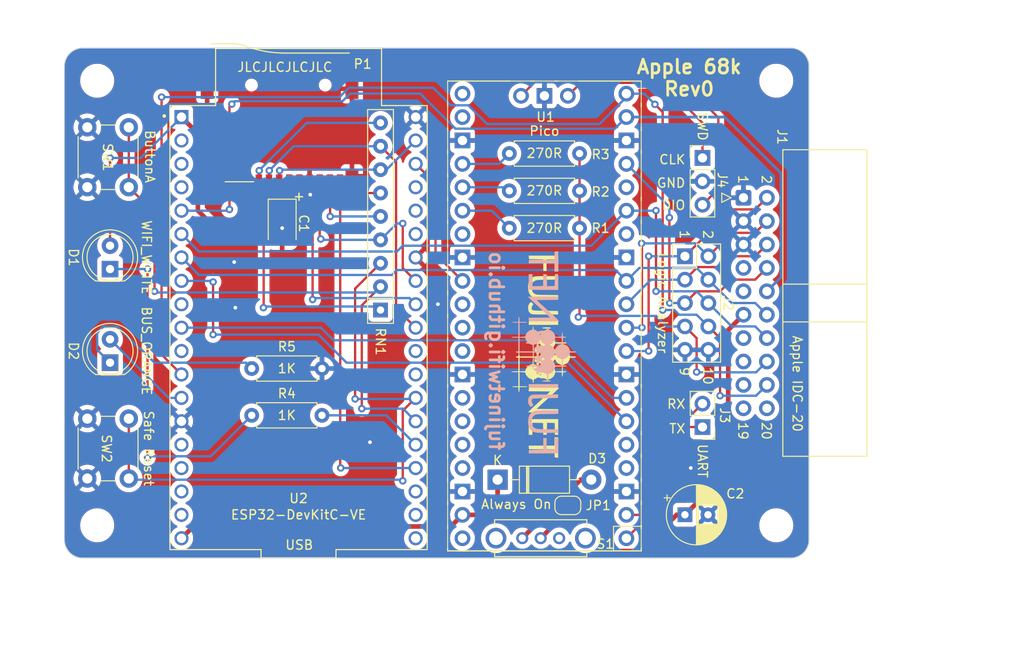
<source format=kicad_pcb>
(kicad_pcb (version 20221018) (generator pcbnew)
  (title_block (title "Apple 68k FujiNet") (date "2024-01-20") (rev "Rev 0"))
  (layers (0 "F.Cu" signal) (31 "B.Cu" signal) (34 "B.Paste" user) (35 "F.Paste" user) (36 "B.SilkS" user "B.Silkscreen") (37 "F.SilkS" user "F.Silkscreen") (38 "B.Mask" user) (39 "F.Mask" user) (44 "Edge.Cuts" user))
  (net 0 "")
  (net 1 "+3.3V")
  (net 2 "GND")
  (net 3 "Net-(D2-K)")
  (net 4 "/IO12{slash}BUS_LED")
  (net 5 "/CA0")
  (net 6 "/CA1")
  (net 7 "/CA2")
  (net 8 "+5V")
  (net 9 "Net-(D3-A)")
  (net 10 "Net-(D1-K)")
  (net 11 "/LSTRB")
  (net 13 "/WREQ")
  (net 14 "Net-(P1-DAT2)")
  (net 15 "/IO5{slash}SPI_CS")
  (net 16 "/IO23{slash}SPI_MOSI")
  (net 17 "/IO18{slash}SPI_CLK")
  (net 18 "/IO19{slash}SPI_MISO")
  (net 19 "Net-(P1-DAT1)")
  (net 20 "/IO15{slash}CD")
  (net 21 "/APPLE_5V")
  (net 22 "/IO2{slash}LED_WIFI")
  (net 23 "/HDSEL")
  (net 25 "/ENBL2")
  (net 28 "/RD_DATA")
  (net 30 "/WR_DATA")
  (net 34 "Net-(J3-Pin_1)")
  (net 35 "Net-(J3-Pin_2)")
  (net 36 "Net-(U1-GPIO20)")
  (net 37 "Net-(U1-GPIO19)")
  (net 38 "Net-(U1-GPIO18)")
  (net 39 "/IO4{slash}SAFE_RESET")
  (net 45 "/IO0{slash}BUTTON_A")
  (net 70 "/SWCLK")
  (net 71 "/SWDIO")
  (net 74 "/PICO_TX_TO_ESP")
  (net 75 "/PICO_RX_TO_ESP")
  (net 76 "/RMT_FROM_ESP")
  (footprint "LED_THT:LED_D5.0mm" (layer "F.Cu") (at 118.618 94.615 90)
    (fp_text reference "D1")
    (fp_text value "WIFI_WHITE")
  )
  (footprint "Button_Switch_THT:SW_PUSH_6mm_H5mm" (layer "F.Cu") (at 120.65 79.225 -90)
    (fp_text reference "SW1")
    (fp_text value "ButtonA")
  )
  (footprint "Tersteeg:RPi_Pico_THT" (layer "F.Cu") (at 165.735 99.705 180)
    (fp_text reference "U1")
    (fp_text value "Pico")
  )
  (footprint "Connector_PinHeader_2.54mm:PinHeader_1x02_P2.54mm_Vertical" (layer "F.Cu") (at 182.88 111.76 180)
    (fp_text reference "J3")
    (fp_text value "UART")
  )
  (footprint "LED_THT:LED_D5.0mm" (layer "F.Cu") (at 118.618 104.775 90)
    (fp_text reference "D2")
    (fp_text value "BUS_ORANGE")
  )
  (footprint "Resistor_THT:R_Axial_DIN0207_L6.3mm_D2.5mm_P7.62mm_Horizontal" (layer "F.Cu") (at 161.925 82.07)
    (fp_text reference "R3")
    (fp_text value "270R")
  )
  (footprint "Jumper:SolderJumper-2_P1.3mm_Open_RoundedPad1.0x1.5mm" (layer "F.Cu") (at 168.275 120.269 180)
    (fp_text reference "JP1")
    (fp_text value "Always On")
  )
  (footprint "ESP32-DEVKITC-32U:MODULE_ESP32-DEVKITC-32U" (layer "F.Cu") (at 139.065 100.965)
    (fp_text reference "U2")
    (fp_text value "ESP32-DevKitC-VE")
  )
  (footprint "Resistor_THT:R_Axial_DIN0207_L6.3mm_D2.5mm_P7.62mm_Horizontal" (layer "F.Cu") (at 133.985 110.49)
    (fp_text reference "R4")
    (fp_text value "1K")
  )
  (footprint "MountingHole:MountingHole_3.2mm_M3" (layer "F.Cu") (at 190.881 74.168)
    (fp_text reference "H1" hide)
    (fp_text value "MountingHole" hide)
  )
  (footprint "Connector_PinHeader_2.54mm:PinHeader_2x05_P2.54mm_Vertical" (layer "F.Cu") (at 180.975 93.223)
    (fp_text reference "J2")
    (fp_text value "Logic Analyzer")
  )
  (footprint "MountingHole:MountingHole_3.2mm_M3" (layer "F.Cu") (at 190.881 122.428)
    (fp_text reference "H2" hide)
    (fp_text value "MountingHole" hide)
  )
  (footprint "MountingHole:MountingHole_3.2mm_M3" (layer "F.Cu") (at 117.221 74.168)
    (fp_text reference "H3" hide)
    (fp_text value "MountingHole" hide)
  )
  (footprint "Capacitor_Tantalum_SMD:CP_EIA-3528-15_AVX-H_Pad1.50x2.35mm_HandSolder" (layer "F.Cu") (at 137.287 89.662 -90)
    (fp_text reference "C1")
    (fp_text value "47uF 10v")
  )
  (footprint "MountingHole:MountingHole_3.2mm_M3" (layer "F.Cu") (at 117.221 122.428)
    (fp_text reference "H4" hide)
    (fp_text value "MountingHole" hide)
  )
  (footprint "Resistor_THT:R_Axial_DIN0207_L6.3mm_D2.5mm_P7.62mm_Horizontal" (layer "F.Cu") (at 133.985 105.41)
    (fp_text reference "R5")
    (fp_text value "1K")
  )
  (footprint "Connector_IDC:IDC-Header_2x10_P2.54mm_Horizontal" (layer "F.Cu") (at 187.325 86.868)
    (fp_text reference "J1")
    (fp_text value "Apple IDC-20")
  )
  (footprint "Button_Switch_THT:SW_PUSH_6mm_H5mm" (layer "F.Cu") (at 120.65 110.848 -90)
    (fp_text reference "SW2")
    (fp_text value "Safe Reset")
  )
  (footprint "Resistor_THT:R_Array_SIP9" (layer "F.Cu") (at 147.955 99.06 90)
    (fp_text reference "RN1")
    (fp_text value "10K")
  )
  (footprint "LOGO" (layer "F.Cu") (at 165.608 104.14 -90)
    (fp_text reference "G***")
    (fp_text value "LOGO" hide)
  )
  (footprint "Connector_PinHeader_2.54mm:PinHeader_1x03_P2.54mm_Vertical" (layer "F.Cu") (at 182.88 82.55)
    (fp_text reference "J4")
    (fp_text value "SWD")
  )
  (footprint "Resistor_THT:R_Axial_DIN0207_L6.3mm_D2.5mm_P7.62mm_Horizontal" (layer "F.Cu") (at 161.925 86.12)
    (fp_text reference "R2")
    (fp_text value "270R")
  )
  (footprint "Capacitor_THT:CP_Radial_D6.3mm_P2.50mm" (layer "F.Cu") (at 180.975 121.285)
    (fp_text reference "C2")
    (fp_text value "100uF 10V")
  )
  (footprint "Resistor_THT:R_Axial_DIN0207_L6.3mm_D2.5mm_P7.62mm_Horizontal" (layer "F.Cu") (at 161.925 90.17)
    (fp_text reference "R1")
    (fp_text value "270R")
  )
  (footprint "ST-TF-003A:SUNTECH_ST-TF-003A" (layer "F.Cu") (at 138.2776 79.8068 180)
    (fp_text reference "P1")
    (fp_text value "ST-TF-003A")
  )
  (footprint "EG1213:SW_EG1213" (layer "F.Cu") (at 165.33 123.825)
    (fp_text reference "S1")
    (fp_text value "EG1213")
  )
  (footprint "Diode_THT:D_DO-41_SOD81_P10.16mm_Horizontal" (layer "F.Cu") (at 160.655 117.475)
    (fp_text reference "D3")
    (fp_text value "1N5817")
  )
  (footprint "LOGO" (layer "B.Cu") (at 165.608 103.632 90)
    (fp_text reference "G***")
    (fp_text value "LOGO" hide)
  )
  (gr_arc (start 113.663414 72.610414) (mid 114.2492 71.1962) (end 115.663414 70.610414) (stroke (width 0.1)) (layer "Edge.Cuts"))
  (gr_line (start 115.663414 70.610414) (end 192.438586 70.610414) (stroke (width 0.1)) (layer "Edge.Cuts"))
  (gr_line (start 194.438586 123.985586) (end 194.438586 72.610414) (stroke (width 0.1)) (layer "Edge.Cuts"))
  (gr_line (start 115.663414 125.985586) (end 192.438586 125.985586) (stroke (width 0.1)) (layer "Edge.Cuts"))
  (gr_arc (start 194.438586 123.985586) (mid 193.8528 125.3998) (end 192.438586 125.985586) (stroke (width 0.1)) (layer "Edge.Cuts"))
  (gr_arc (start 192.438586 70.610414) (mid 193.8528 71.1962) (end 194.438586 72.610414) (stroke (width 0.1)) (layer "Edge.Cuts"))
  (gr_arc (start 115.663414 125.985586) (mid 114.2492 125.3998) (end 113.663414 123.985586) (stroke (width 0.1)) (layer "Edge.Cuts"))
  (gr_line (start 113.663414 72.610414) (end 113.663414 123.985586) (stroke (width 0.1)) (layer "Edge.Cuts"))
  (gr_text "fujinetwifi.github.io" (at 159.639 103.505 270) (layer "B.SilkS") (effects (font (size 1.5 1.5) (thickness 0.3) bold) (justify bottom mirror)))
  (gr_text "USB" (at 137.541 125.1458) (layer "F.SilkS") (effects (font (size 1 1)) (justify left bottom)))
  (gr_text "+" (at 139.1158 86.6902) (layer "F.SilkS") (effects (font (size 1 1))))
  (gr_text "RX" (at 181.102 109.855) (layer "F.SilkS") (effects (font (size 1 1)) (justify right bottom)))
  (gr_text "1" (at 180.34 91.44 -90) (layer "F.SilkS") (effects (font (size 1 1)) (justify right bottom)))
  (gr_text "9" (at 180.34 105.156 270) (layer "F.SilkS") (effects (font (size 1 1)) (justify left bottom)))
  (gr_text "10" (at 182.88 105.156 270) (layer "F.SilkS") (effects (font (size 1 1)) (justify left bottom)))
  (gr_text "TX" (at 181.102 112.522) (layer "F.SilkS") (effects (font (size 1 1)) (justify right bottom)))
  (gr_text "GND" (at 181.102 85.852) (layer "F.SilkS") (effects (font (size 1 1)) (justify right bottom)))
  (gr_text "20" (at 189.23 111.125 270) (layer "F.SilkS") (effects (font (size 1 1)) (justify left bottom)))
  (gr_text "19" (at 186.69 111.125 270) (layer "F.SilkS") (effects (font (size 1 1)) (justify left bottom)))
  (gr_text "JLCJLCJLCJLC" (at 132.334 73.279) (layer "F.SilkS") (effects (font (size 1 1)) (justify left bottom)))
  (gr_text "2" (at 189.23 85.471 270) (layer "F.SilkS") (effects (font (size 1 1)) (justify right bottom)))
  (gr_text "Apple 68k\nRev0" (at 181.4322 75.946) (layer "F.SilkS") (effects (font (size 1.5 1.5) (thickness 0.3) bold) (justify bottom)))
  (gr_text "2" (at 182.88 91.44 270) (layer "F.SilkS") (effects (font (size 1 1)) (justify right bottom)))
  (gr_text "1" (at 186.69 85.471 -90) (layer "F.SilkS") (effects (font (size 1 1)) (justify right bottom)))
  (gr_text "CLK" (at 181.102 83.312) (layer "F.SilkS") (effects (font (size 1 1)) (justify right bottom)))
  (gr_text "DIO" (at 181.102 88.265) (layer "F.SilkS") (effects (font (size 1 1)) (justify right bottom)))
  (segment (start 138.0576 85.1368) (end 138.0576 87.2664) (width 0.5) (layer "F.Cu") (net 1))
  (segment (start 135.255 98.806) (end 135.281 98.78) (width 0.25) (layer "F.Cu") (net 1))
  (segment (start 129.921 90.043) (end 128.143 88.265) (width 0.5) (layer "F.Cu") (net 1))
  (segment (start 135.281 90.043) (end 129.921 90.043) (width 0.5) (layer "F.Cu") (net 1))
  (segment (start 128.143 79.893) (end 126.365 78.115) (width 0.5) (layer "F.Cu") (net 1))
  (segment (start 138.0576 87.2664) (end 135.281 90.043) (width 0.5) (layer "F.Cu") (net 1))
  (segment (start 118.618 82.55) (end 118.618 92.075) (width 0.25) (layer "F.Cu") (net 1))
  (segment (start 135.281 98.78) (end 135.281 90.043) (width 0.25) (layer "F.Cu") (net 1))
  (segment (start 128.143 88.265) (end 128.143 79.893) (width 0.5) (layer "F.Cu") (net 1))
  (via (at 135.255 98.806) (size 0.8) (drill 0.4) (layers "F.Cu" "B.Cu") (net 1))
  (via (at 118.618 82.55) (size 0.8) (drill 0.4) (layers "F.Cu" "B.Cu") (net 1))
  (segment (start 118.618 82.55) (end 121.93 82.55) (width 0.25) (layer "B.Cu") (net 1))
  (segment (start 135.255 98.806) (end 135.382 98.679) (width 0.25) (layer "B.Cu") (net 1))
  (segment (start 135.382 98.679) (end 147.574 98.679) (width 0.25) (layer "B.Cu") (net 1))
  (segment (start 121.93 82.55) (end 126.365 78.115) (width 0.25) (layer "B.Cu") (net 1))
  (segment (start 137.287 90.17) (end 137.287 91.287) (width 0.5) (layer "F.Cu") (net 2))
  (segment (start 140.285 86.4878) (end 140.285 85.557) (width 0.5) (layer "F.Cu") (net 2))
  (segment (start 140.335 86.5378) (end 140.285 86.4878) (width 0.5) (layer "F.Cu") (net 2))
  (via (at 140.335 86.5378) (size 0.8) (drill 0.4) (layers "F.Cu" "B.Cu") (net 2))
  (via (at 154.178 98.425) (size 0.8) (drill 0.4) (layers "F.Cu" "B.Cu") (net 2))
  (via (at 146.812 113.411) (size 0.8) (drill 0.4) (layers "F.Cu" "B.Cu") (net 2))
  (via (at 137.287 90.17) (size 0.8) (drill 0.4) (layers "F.Cu" "B.Cu") (net 2))
  (via (at 132.08 93.853) (size 0.8) (drill 0.4) (layers "F.Cu" "B.Cu") (net 2))
  (via (at 132.207 98.806) (size 0.8) (drill 0.4) (layers "F.Cu" "B.Cu") (net 2))
  (via (at 181.61 116.205) (size 0.8) (drill 0.4) (layers "F.Cu" "B.Cu") (net 2))
  (segment (start 117.856 100.838) (end 119.38 100.838) (width 0.25) (layer "B.Cu") (net 3))
  (segment (start 121.92 103.251) (end 123.444 104.775) (width 0.25) (layer "B.Cu") (net 3))
  (segment (start 117.221 101.473) (end 117.856 100.838) (width 0.25) (layer "B.Cu") (net 3))
  (segment (start 121.793 103.251) (end 121.92 103.251) (width 0.25) (layer "B.Cu") (net 3))
  (segment (start 118.618 104.775) (end 117.221 103.378) (width 0.25) (layer "B.Cu") (net 3))
  (segment (start 123.444 104.775) (end 133.35 104.775) (width 0.25) (layer "B.Cu") (net 3))
  (segment (start 117.221 103.378) (end 117.221 101.473) (width 0.25) (layer "B.Cu") (net 3))
  (segment (start 119.38 100.838) (end 121.793 103.251) (width 0.25) (layer "B.Cu") (net 3))
  (segment (start 133.35 104.775) (end 133.985 105.41) (width 0.25) (layer "B.Cu") (net 3))
  (segment (start 126.365 108.595) (end 124.978 108.595) (width 0.25) (layer "B.Cu") (net 4))
  (segment (start 124.978 108.595) (end 118.618 102.235) (width 0.25) (layer "B.Cu") (net 4))
  (segment (start 186.06 88.138) (end 188.595 88.138) (width 0.25) (layer "F.Cu") (net 5))
  (segment (start 188.595 88.138) (end 189.865 86.868) (width 0.25) (layer "F.Cu") (net 5))
  (segment (start 180.975 93.223) (end 186.06 88.138) (width 0.25) (layer "F.Cu") (net 5))
  (segment (start 177.038 103.505) (end 177.038 93.218) (width 0.25) (layer "F.Cu") (net 5))
  (via (at 177.038 103.505) (size 0.8) (drill 0.4) (layers "F.Cu" "B.Cu") (net 5))
  (via (at 177.038 93.218) (size 0.8) (drill 0.4) (layers "F.Cu" "B.Cu") (net 5))
  (segment (start 177.028 103.515) (end 177.038 103.505) (width 0.25) (layer "B.Cu") (net 5))
  (segment (start 177.038 93.218) (end 177.043 93.223) (width 0.25) (layer "B.Cu") (net 5))
  (segment (start 177.043 93.223) (end 180.975 93.223) (width 0.25) (layer "B.Cu") (net 5))
  (segment (start 174.625 103.515) (end 177.028 103.515) (width 0.25) (layer "B.Cu") (net 5))
  (segment (start 188.595 90.678) (end 189.865 89.408) (width 0.25) (layer "F.Cu") (net 6))
  (segment (start 183.515 93.223) (end 186.06 90.678) (width 0.25) (layer "F.Cu") (net 6))
  (segment (start 176.313 100.965) (end 176.313 91.858) (width 0.25) (layer "F.Cu") (net 6))
  (segment (start 186.06 90.678) (end 188.595 90.678) (width 0.25) (layer "F.Cu") (net 6))
  (segment (start 176.313 91.858) (end 176.276 91.821) (width 0.25) (layer "F.Cu") (net 6))
  (via (at 176.313 100.965) (size 0.8) (drill 0.4) (layers "F.Cu" "B.Cu") (net 6))
  (via (at 176.276 91.821) (size 0.8) (drill 0.4) (layers "F.Cu" "B.Cu") (net 6))
  (segment (start 176.276 91.821) (end 182.113 91.821) (width 0.25) (layer "B.Cu") (net 6))
  (segment (start 176.303 100.975) (end 176.313 100.965) (width 0.25) (layer "B.Cu") (net 6))
  (segment (start 182.113 91.821) (end 183.515 93.223) (width 0.25) (layer "B.Cu") (net 6))
  (segment (start 174.625 100.975) (end 176.303 100.975) (width 0.25) (layer "B.Cu") (net 6))
  (segment (start 188.595 93.218) (end 189.865 91.948) (width 0.25) (layer "F.Cu") (net 7))
  (segment (start 184.875 94.398) (end 186.055 93.218) (width 0.25) (layer "F.Cu") (net 7))
  (segment (start 182.34 94.398) (end 184.875 94.398) (width 0.25) (layer "F.Cu") (net 7))
  (segment (start 180.975 95.763) (end 182.34 94.398) (width 0.25) (layer "F.Cu") (net 7))
  (segment (start 186.055 93.218) (end 188.595 93.218) (width 0.25) (layer "F.Cu") (net 7))
  (segment (start 177.297 95.763) (end 180.975 95.763) (width 0.25) (layer "B.Cu") (net 7))
  (segment (start 174.625 98.435) (end 177.297 95.763) (width 0.25) (layer "B.Cu") (net 7))
  (segment (start 155.585 122.555) (end 156.845 121.295) (width 0.5) (layer "F.Cu") (net 8))
  (segment (start 156.845 121.295) (end 159.629 121.295) (width 0.5) (layer "F.Cu") (net 8))
  (segment (start 126.365 123.835) (end 127.645 122.555) (width 0.5) (layer "F.Cu") (net 8))
  (segment (start 160.655 120.269) (end 160.655 117.485) (width 0.5) (layer "F.Cu") (net 8))
  (segment (start 127.645 122.555) (end 155.585 122.555) (width 0.5) (layer "F.Cu") (net 8))
  (segment (start 159.629 121.295) (end 160.655 120.269) (width 0.5) (layer "F.Cu") (net 8))
  (segment (start 166.886 120.269) (end 167.625 120.269) (width 0.5) (layer "F.Cu") (net 9))
  (segment (start 163.33 123.825) (end 166.886 120.269) (width 0.5) (layer "F.Cu") (net 9))
  (segment (start 169.672 117.475) (end 170.815 117.475) (width 0.5) (layer "F.Cu") (net 9))
  (segment (start 167.625 120.269) (end 167.625 119.522) (width 0.5) (layer "F.Cu") (net 9))
  (segment (start 167.625 119.522) (end 169.672 117.475) (width 0.5) (layer "F.Cu") (net 9))
  (segment (start 122.682 94.615) (end 122.682 115.062) (width 0.25) (layer "F.Cu") (net 10))
  (via (at 122.682 94.615) (size 0.8) (drill 0.4) (layers "F.Cu" "B.Cu") (net 10))
  (via (at 122.682 115.062) (size 0.8) (drill 0.4) (layers "F.Cu" "B.Cu") (net 10))
  (segment (start 122.682 115.062) (end 122.809 114.935) (width 0.25) (layer "B.Cu") (net 10))
  (segment (start 122.809 114.935) (end 129.54 114.935) (width 0.25) (layer "B.Cu") (net 10))
  (segment (start 122.682 94.615) (end 118.618 94.615) (width 0.25) (layer "B.Cu") (net 10))
  (segment (start 129.54 114.935) (end 133.985 110.49) (width 0.25) (layer "B.Cu") (net 10))
  (segment (start 184.785 97.028) (end 186.055 95.758) (width 0.25) (layer "F.Cu") (net 11))
  (segment (start 179.287 89.027) (end 179.287 98.261) (width 0.25) (layer "F.Cu") (net 11))
  (segment (start 180.975 98.303) (end 182.25 97.028) (width 0.25) (layer "F.Cu") (net 11))
  (segment (start 182.25 97.028) (end 184.785 97.028) (width 0.25) (layer "F.Cu") (net 11))
  (segment (start 188.595 95.758) (end 189.865 94.488) (width 0.25) (layer "F.Cu") (net 11))
  (segment (start 186.055 95.758) (end 188.595 95.758) (width 0.25) (layer "F.Cu") (net 11))
  (segment (start 179.287 98.261) (end 179.324 98.298) (width 0.25) (layer "F.Cu") (net 11))
  (via (at 179.324 98.298) (size 0.8) (drill 0.4) (layers "F.Cu" "B.Cu") (net 11))
  (via (at 179.287 89.027) (size 0.8) (drill 0.4) (layers "F.Cu" "B.Cu") (net 11))
  (segment (start 179.287 89.027) (end 179.287 87.857) (width 0.25) (layer "B.Cu") (net 11))
  (segment (start 179.324 98.298) (end 180.97 98.298) (width 0.25) (layer "B.Cu") (net 11))
  (segment (start 179.287 87.857) (end 174.625 83.195) (width 0.25) (layer "B.Cu") (net 11))
  (segment (start 131.572 88.138) (end 131.572 76.962) (width 0.25) (layer "F.Cu") (net 13))
  (segment (start 131.572 76.962) (end 131.826 76.708) (width 0.25) (layer "F.Cu") (net 13))
  (via (at 131.826 76.708) (size 0.8) (drill 0.4) (layers "F.Cu" "B.Cu") (net 13))
  (via (at 131.572 88.138) (size 0.8) (drill 0.4) (layers "F.Cu" "B.Cu") (net 13))
  (segment (start 152.273 75.565) (end 156.083 79.375) (width 0.25) (layer "B.Cu") (net 13))
  (segment (start 191.389 95.504) (end 191.389 84.201) (width 0.3) (layer "B.Cu") (net 13))
  (segment (start 143.822 76.396) (end 144.653 75.565) (width 0.25) (layer "B.Cu") (net 13))
  (segment (start 131.826 76.708) (end 132.138 76.396) (width 0.25) (layer "B.Cu") (net 13))
  (segment (start 144.653 75.565) (end 152.273 75.565) (width 0.25) (layer "B.Cu") (net 13))
  (segment (start 126.365 88.275) (end 131.435 88.275) (width 0.25) (layer "B.Cu") (net 13))
  (segment (start 185.303 78.115) (end 174.625 78.115) (width 0.3) (layer "B.Cu") (net 13))
  (segment (start 131.435 88.275) (end 131.572 88.138) (width 0.25) (layer "B.Cu") (net 13))
  (segment (start 156.083 79.375) (end 173.365 79.375) (width 0.25) (layer "B.Cu") (net 13))
  (segment (start 189.865 97.028) (end 191.389 95.504) (width 0.3) (layer "B.Cu") (net 13))
  (segment (start 173.365 79.375) (end 174.625 78.115) (width 0.25) (layer "B.Cu") (net 13))
  (segment (start 132.138 76.396) (end 143.822 76.396) (width 0.25) (layer "B.Cu") (net 13))
  (segment (start 191.389 84.201) (end 185.303 78.115) (width 0.3) (layer "B.Cu") (net 13))
  (segment (start 134.7978 83.9216) (end 134.785 83.9344) (width 0.25) (layer "F.Cu") (net 14))
  (segment (start 134.785 83.9344) (end 134.785 85.557) (width 0.25) (layer "F.Cu") (net 14))
  (via (at 134.7978 83.9216) (size 0.8) (drill 0.4) (layers "F.Cu" "B.Cu") (net 14))
  (segment (start 134.7978 83.8962) (end 139.954 78.74) (width 0.25) (layer "B.Cu") (net 14))
  (segment (start 134.7978 83.9216) (end 134.7978 83.8962) (width 0.25) (layer "B.Cu") (net 14))
  (segment (start 139.954 78.74) (end 147.955 78.74) (width 0.25) (layer "B.Cu") (net 14))
  (segment (start 147.955 81.28) (end 149.643 82.968) (width 0.25) (layer "F.Cu") (net 15))
  (segment (start 135.885 83.9266) (end 135.885 85.557) (width 0.25) (layer "F.Cu") (net 15))
  (segment (start 135.89 83.9216) (end 135.885 83.9266) (width 0.25) (layer "F.Cu") (net 15))
  (segment (start 149.643 98.853) (end 151.765 100.975) (width 0.25) (layer "F.Cu") (net 15))
  (segment (start 149.643 82.968) (end 149.643 98.853) (width 0.25) (layer "F.Cu") (net 15))
  (via (at 135.89 83.9216) (size 0.8) (drill 0.4) (layers "F.Cu" "B.Cu") (net 15))
  (segment (start 135.89 83.9216) (end 138.5316 81.28) (width 0.25) (layer "B.Cu") (net 15))
  (segment (start 138.5316 81.28) (end 147.955 81.28) (width 0.25) (layer "B.Cu") (net 15))
  (segment (start 137.0076 83.9216) (end 136.985 83.9442) (width 0.25) (layer "F.Cu") (net 16))
  (segment (start 136.985 83.9442) (end 136.985 85.557) (width 0.25) (layer "F.Cu") (net 16))
  (via (at 137.0076 83.9216) (size 0.8) (drill 0.4) (layers "F.Cu" "B.Cu") (net 16))
  (segment (start 148.6 83.82) (end 151.765 80.655) (width 0.25) (layer "B.Cu") (net 16))
  (segment (start 137.0076 83.9216) (end 137.1092 83.82) (width 0.25) (layer "B.Cu") (net 16))
  (segment (start 137.1092 83.82) (end 147.955 83.82) (width 0.25) (layer "B.Cu") (net 16))
  (segment (start 139.1576 85.1368) (end 139.1576 87.0275) (width 0.25) (layer "F.Cu") (net 17))
  (segment (start 140.589 88.4589) (end 140.589 97.917) (width 0.25) (layer "F.Cu") (net 17))
  (segment (start 139.1576 87.0275) (end 140.589 88.4589) (width 0.25) (layer "F.Cu") (net 17))
  (via (at 140.589 97.917) (size 0.8) (drill 0.4) (layers "F.Cu" "B.Cu") (net 17))
  (segment (start 140.7414 97.7646) (end 151.0946 97.7646) (width 0.25) (layer "B.Cu") (net 17))
  (segment (start 140.589 97.917) (end 140.7414 97.7646) (width 0.25) (layer "B.Cu") (net 17))
  (segment (start 151.0946 97.7646) (end 151.765 98.435) (width 0.25) (layer "B.Cu") (net 17))
  (segment (start 141.3576 85.5296) (end 141.3576 91.2301) (width 0.25) (layer "F.Cu") (net 18))
  (segment (start 150.3675 94.4975) (end 150.3675 89.662) (width 0.25) (layer "F.Cu") (net 18))
  (segment (start 151.765 95.895) (end 150.3675 94.4975) (width 0.25) (layer "F.Cu") (net 18))
  (segment (start 141.3576 91.2301) (end 141.478 91.3505) (width 0.25) (layer "F.Cu") (net 18))
  (via (at 141.478 91.3505) (size 0.8) (drill 0.4) (layers "F.Cu" "B.Cu") (net 18))
  (via (at 150.3675 89.662) (size 0.8) (drill 0.4) (layers "F.Cu" "B.Cu") (net 18))
  (segment (start 141.5675 91.44) (end 147.955 91.44) (width 0.25) (layer "B.Cu") (net 18))
  (segment (start 150.3675 89.662) (end 149.733 89.662) (width 0.25) (layer "B.Cu") (net 18))
  (segment (start 141.478 91.3505) (end 141.5675 91.44) (width 0.25) (layer "B.Cu") (net 18))
  (segment (start 149.733 89.662) (end 147.955 91.44) (width 0.25) (layer "B.Cu") (net 18))
  (segment (start 142.485 85.1642) (end 142.485 88.891) (width 0.25) (layer "F.Cu") (net 19))
  (segment (start 142.485 88.891) (end 142.494 88.9) (width 0.25) (layer "F.Cu") (net 19))
  (via (at 142.494 88.9) (size 0.8) (drill 0.4) (layers "F.Cu" "B.Cu") (net 19))
  (segment (start 142.494 88.9) (end 147.955 88.9) (width 0.25) (layer "B.Cu") (net 19))
  (segment (start 143.585 116.153) (end 143.585 85.4142) (width 0.25) (layer "F.Cu") (net 20))
  (segment (start 144.5308 86.36) (end 147.955 86.36) (width 0.25) (layer "F.Cu") (net 20))
  (segment (start 143.585 85.4142) (end 144.5308 86.36) (width 0.25) (layer "F.Cu") (net 20))
  (segment (start 143.637 116.205) (end 143.585 116.153) (width 0.25) (layer "F.Cu") (net 20))
  (via (at 143.637 116.205) (size 0.8) (drill 0.4) (layers "F.Cu" "B.Cu") (net 20))
  (segment (start 151.765 116.215) (end 143.647 116.215) (width 0.25) (layer "B.Cu") (net 20))
  (segment (start 143.647 116.215) (end 143.637 116.205) (width 0.25) (layer "B.Cu") (net 20))
  (segment (start 165.33 123.825) (end 167.235 121.92) (width 0.5) (layer "F.Cu") (net 21))
  (segment (start 176.149 125.222) (end 173.2915 125.222) (width 0.5) (layer "F.Cu") (net 21))
  (segment (start 185.674 116.586) (end 185.674 101.219) (width 0.5) (layer "F.Cu") (net 21))
  (segment (start 170.434 120.269) (end 168.925 120.269) (width 0.5) (layer "F.Cu") (net 21))
  (segment (start 167.235 121.92) (end 168.402 121.92) (width 0.5) (layer "F.Cu") (net 21))
  (segment (start 168.402 121.92) (end 168.925 121.397) (width 0.5) (layer "F.Cu") (net 21))
  (segment (start 185.674 101.219) (end 187.325 99.568) (width 0.5) (layer "F.Cu") (net 21))
  (segment (start 180.086 121.285) (end 176.149 125.222) (width 0.5) (layer "F.Cu") (net 21))
  (segment (start 168.925 121.397) (end 168.925 120.269) (width 0.5) (layer "F.Cu") (net 21))
  (segment (start 180.975 121.285) (end 180.086 121.285) (width 0.5) (layer "F.Cu") (net 21))
  (segment (start 172.339 124.2695) (end 172.339 122.174) (width 0.5) (layer "F.Cu") (net 21))
  (segment (start 173.2915 125.222) (end 172.339 124.2695) (width 0.5) (layer "F.Cu") (net 21))
  (segment (start 180.975 121.285) (end 185.674 116.586) (width 0.5) (layer "F.Cu") (net 21))
  (segment (start 172.339 122.174) (end 170.434 120.269) (width 0.5) (layer "F.Cu") (net 21))
  (segment (start 151.765 113.675) (end 148.58 110.49) (width 0.25) (layer "B.Cu") (net 22))
  (segment (start 148.58 110.49) (end 141.605 110.49) (width 0.25) (layer "B.Cu") (net 22))
  (segment (start 182.24 94.488) (end 183.515 95.763) (width 0.25) (layer "B.Cu") (net 23))
  (segment (start 186.05 98.298) (end 183.515 95.763) (width 0.25) (layer "B.Cu") (net 23))
  (segment (start 176.032 94.488) (end 182.24 94.488) (width 0.25) (layer "B.Cu") (net 23))
  (segment (start 174.625 95.895) (end 176.032 94.488) (width 0.25) (layer "B.Cu") (net 23))
  (segment (start 189.865 99.568) (end 188.595 98.298) (width 0.25) (layer "B.Cu") (net 23))
  (segment (start 128.26 95.25) (end 126.365 93.355) (width 0.25) (layer "B.Cu") (net 23))
  (segment (start 188.595 98.298) (end 186.05 98.298) (width 0.25) (layer "B.Cu") (net 23))
  (segment (start 173.45 94.72) (end 149.724995 94.72) (width 0.25) (layer "B.Cu") (net 23))
  (segment (start 149.724995 94.72) (end 149.194995 95.25) (width 0.25) (layer "B.Cu") (net 23))
  (segment (start 174.625 95.895) (end 173.45 94.72) (width 0.25) (layer "B.Cu") (net 23))
  (segment (start 149.194995 95.25) (end 128.26 95.25) (width 0.25) (layer "B.Cu") (net 23))
  (segment (start 177.837 88.265) (end 177.837 97.028) (width 0.25) (layer "F.Cu") (net 25))
  (via (at 177.837 97.028) (size 0.8) (drill 0.4) (layers "F.Cu" "B.Cu") (net 25))
  (via (at 177.837 88.265) (size 0.8) (drill 0.4) (layers "F.Cu" "B.Cu") (net 25))
  (segment (start 177.837 97.028) (end 182.24 97.028) (width 0.25) (layer "B.Cu") (net 25))
  (segment (start 126.365 90.815) (end 128.26 92.71) (width 0.25) (layer "B.Cu") (net 25))
  (segment (start 177.827 88.275) (end 177.837 88.265) (width 0.25) (layer "B.Cu") (net 25))
  (segment (start 150.368 92.075) (end 170.825 92.075) (width 0.25) (layer "B.Cu") (net 25))
  (segment (start 174.625 88.275) (end 177.827 88.275) (width 0.25) (layer "B.Cu") (net 25))
  (segment (start 189.865 102.108) (end 188.595 100.838) (width 0.25) (layer "B.Cu") (net 25))
  (segment (start 128.26 92.71) (end 149.733 92.71) (width 0.25) (layer "B.Cu") (net 25))
  (segment (start 182.24 97.028) (end 183.515 98.303) (width 0.25) (layer "B.Cu") (net 25))
  (segment (start 170.825 92.075) (end 174.625 88.275) (width 0.25) (layer "B.Cu") (net 25))
  (segment (start 149.733 92.71) (end 150.368 92.075) (width 0.25) (layer "B.Cu") (net 25))
  (segment (start 186.05 100.838) (end 183.515 98.303) (width 0.25) (layer "B.Cu") (net 25))
  (segment (start 188.595 100.838) (end 186.05 100.838) (width 0.25) (layer "B.Cu") (net 25))
  (segment (start 182.245 102.113) (end 180.975 100.843) (width 0.25) (layer "F.Cu") (net 28))
  (segment (start 182.245 105.791) (end 182.245 102.113) (width 0.25) (layer "F.Cu") (net 28))
  (segment (start 169.418 99.822) (end 169.545 99.695) (width 0.25) (layer "F.Cu") (net 28))
  (segment (start 169.545 99.695) (end 169.545 90.17) (width 0.25) (layer "F.Cu") (net 28))
  (segment (start 169.545 90.17) (end 169.545 82.07) (width 0.25) (layer "F.Cu") (net 28))
  (via (at 169.418 99.822) (size 0.8) (drill 0.4) (layers "F.Cu" "B.Cu") (net 28))
  (via (at 182.245 105.791) (size 0.8) (drill 0.4) (layers "F.Cu" "B.Cu") (net 28))
  (segment (start 178.989305 100.843) (end 177.841305 99.695) (width 0.25) (layer "B.Cu") (net 28))
  (segment (start 182.277 105.823) (end 188.69 105.823) (width 0.25) (layer "B.Cu") (net 28))
  (segment (start 182.245 105.791) (end 182.277 105.823) (width 0.25) (layer "B.Cu") (net 28))
  (segment (start 180.975 100.843) (end 178.989305 100.843) (width 0.25) (layer "B.Cu") (net 28))
  (segment (start 177.841305 99.695) (end 169.545 99.695) (width 0.25) (layer "B.Cu") (net 28))
  (segment (start 188.69 105.823) (end 189.865 104.648) (width 0.25) (layer "B.Cu") (net 28))
  (segment (start 169.545 99.695) (end 169.418 99.822) (width 0.25) (layer "B.Cu") (net 28))
  (segment (start 124.206 103.896) (end 124.206 75.946) (width 0.25) (layer "F.Cu") (net 30))
  (segment (start 177.7238 76.7334) (end 178.562 77.5716) (width 0.25) (layer "F.Cu") (net 30))
  (segment (start 126.365 106.055) (end 124.206 103.896) (width 0.25) (layer "F.Cu") (net 30))
  (segment (start 178.562 77.5716) (end 178.562 99.06) (width 0.25) (layer "F.Cu") (net 30))
  (segment (start 184.785 102.113) (end 183.515 100.843) (width 0.25) (layer "F.Cu") (net 30))
  (segment (start 184.785 108.363) (end 184.785 102.113) (width 0.25) (layer "F.Cu") (net 30))
  (via (at 184.785 108.363) (size 0.8) (drill 0.4) (layers "F.Cu" "B.Cu") (net 30))
  (via (at 178.562 99.06) (size 0.8) (drill 0.4) (layers "F.Cu" "B.Cu") (net 30))
  (via (at 124.206 75.946) (size 0.8) (drill 0.4) (layers "F.Cu" "B.Cu") (net 30))
  (via (at 177.7238 76.7334) (size 0.8) (drill 0.4) (layers "F.Cu" "B.Cu") (net 30))
  (segment (start 144.526 74.93) (end 153.67 74.93) (width 0.25) (layer "B.Cu") (net 30))
  (segment (start 155.575 76.835) (end 157.48 76.835) (width 0.25) (layer "B.Cu") (net 30))
  (segment (start 184.785 108.363) (end 188.69 108.363) (width 0.25) (layer "B.Cu") (net 30))
  (segment (start 179.832 99.06) (end 180.34 99.568) (width 0.25) (layer "B.Cu") (net 30))
  (segment (start 188.69 108.363) (end 189.865 107.188) (width 0.25) (layer "B.Cu") (net 30))
  (segment (start 180.34 99.568) (end 182.24 99.568) (width 0.25) (layer "B.Cu") (net 30))
  (segment (start 143.51 75.946) (end 144.526 74.93) (width 0.25) (layer "B.Cu") (net 30))
  (segment (start 159.512 78.867) (end 171.704 78.867) (width 0.25) (layer "B.Cu") (net 30))
  (segment (start 157.48 76.835) (end 159.512 78.867) (width 0.25) (layer "B.Cu") (net 30))
  (segment (start 176.5654 75.575) (end 174.625 75.575) (width 0.25) (layer "B.Cu") (net 30))
  (segment (start 178.562 99.06) (end 179.832 99.06) (width 0.25) (layer "B.Cu") (net 30))
  (segment (start 153.67 74.93) (end 155.575 76.835) (width 0.25) (layer "B.Cu") (net 30))
  (segment (start 177.7238 76.7334) (end 176.5654 75.575) (width 0.25) (layer "B.Cu") (net 30))
  (segment (start 182.24 99.568) (end 183.515 100.843) (width 0.25) (layer "B.Cu") (net 30))
  (segment (start 171.704 78.867) (end 174.625 75.946) (width 0.25) (layer "B.Cu") (net 30))
  (segment (start 124.206 75.946) (end 143.51 75.946) (width 0.25) (layer "B.Cu") (net 30))
  (segment (start 181.229 111.76) (end 182.88 111.76) (width 0.25) (layer "F.Cu") (net 34))
  (segment (start 174.625 123.835) (end 178.816 119.644) (width 0.25) (layer "F.Cu") (net 34))
  (segment (start 178.816 119.644) (end 178.816 114.173) (width 0.25) (layer "F.Cu") (net 34))
  (segment (start 178.816 114.173) (end 181.229 111.76) (width 0.25) (layer "F.Cu") (net 34))
  (segment (start 176.139 121.295) (end 178.366 119.068) (width 0.25) (layer "F.Cu") (net 35))
  (segment (start 178.366 113.734) (end 182.88 109.22) (width 0.25) (layer "F.Cu") (net 35))
  (segment (start 174.625 121.295) (end 176.139 121.295) (width 0.25) (layer "F.Cu") (net 35))
  (segment (start 178.366 119.068) (end 178.366 113.734) (width 0.25) (layer "F.Cu") (net 35))
  (segment (start 156.845 88.275) (end 160.03 88.275) (width 0.25) (layer "B.Cu") (net 36))
  (segment (start 160.03 88.275) (end 161.925 90.17) (width 0.25) (layer "B.Cu") (net 36))
  (segment (start 156.845 85.735) (end 161.54 85.735) (width 0.25) (layer "B.Cu") (net 37))
  (segment (start 160.8 83.195) (end 161.925 82.07) (width 0.25) (layer "B.Cu") (net 38))
  (segment (start 156.845 83.195) (end 160.8 83.195) (width 0.25) (layer "B.Cu") (net 38))
  (segment (start 145.198 108.712) (end 145.1985 108.7115) (width 0.25) (layer "F.Cu") (net 39))
  (segment (start 150.368 117.602) (end 150.368 109.992) (width 0.25) (layer "F.Cu") (net 39))
  (segment (start 150.368 109.992) (end 151.765 108.595) (width 0.25) (layer "F.Cu") (net 39))
  (segment (start 145.1985 96.7365) (end 147.955 93.98) (width 0.25) (layer "F.Cu") (net 39))
  (segment (start 145.1985 108.7115) (end 145.1985 96.7365) (width 0.25) (layer "F.Cu") (net 39))
  (segment (start 120.65 110.848) (end 120.65 117.348) (width 0.25) (layer "F.Cu") (net 39))
  (via (at 150.368 117.602) (size 0.8) (drill 0.4) (layers "F.Cu" "B.Cu") (net 39))
  (via (at 145.198 108.712) (size 0.8) (drill 0.4) (layers "F.Cu" "B.Cu") (net 39))
  (segment (start 145.198 108.712) (end 151.648 108.712) (width 0.25) (layer "B.Cu") (net 39))
  (segment (start 120.777 117.475) (end 150.241 117.475) (width 0.25) (layer "B.Cu") (net 39))
  (segment (start 150.241 117.475) (end 150.368 117.602) (width 0.25) (layer "B.Cu") (net 39))
  (segment (start 123.444 88.519) (end 120.65 85.725) (width 0.25) (layer "F.Cu") (net 45))
  (segment (start 145.923 109.765) (end 145.923 98.552) (width 0.25) (layer "F.Cu") (net 45))
  (segment (start 120.65 85.725) (end 120.65 79.225) (width 0.25) (layer "F.Cu") (net 45))
  (segment (start 123.444 97.028) (end 123.444 88.519) (width 0.25) (layer "F.Cu") (net 45))
  (segment (start 145.923 98.552) (end 147.955 96.52) (width 0.25) (layer "F.Cu") (net 45))
  (via (at 145.923 109.765) (size 0.8) (drill 0.4) (layers "F.Cu" "B.Cu") (net 45))
  (via (at 123.444 97.028) (size 0.8) (drill 0.4) (layers "F.Cu" "B.Cu") (net 45))
  (segment (start 150.395 109.765) (end 151.765 111.135) (width 0.25) (layer "B.Cu") (net 45))
  (segment (start 123.571 97.155) (end 123.444 97.028) (width 0.25) (layer "B.Cu") (net 45))
  (segment (start 147.955 96.52) (end 147.32 97.155) (width 0.25) (layer "B.Cu") (net 45))
  (segment (start 145.923 109.765) (end 150.395 109.765) (width 0.25) (layer "B.Cu") (net 45))
  (segment (start 147.32 97.155) (end 123.571 97.155) (width 0.25) (layer "B.Cu") (net 45))
  (segment (start 182.88 78.74) (end 182.88 82.55) (width 0.25) (layer "F.Cu") (net 70))
  (segment (start 168.275 75.805) (end 169.68 74.4) (width 0.25) (layer "F.Cu") (net 70))
  (segment (start 178.54 74.4) (end 182.88 78.74) (width 0.25) (layer "F.Cu") (net 70))
  (segment (start 169.68 74.4) (end 178.54 74.4) (width 0.25) (layer "F.Cu") (net 70))
  (segment (start 163.195 75.805) (end 165.5 73.5) (width 0.25) (layer "F.Cu") (net 71))
  (segment (start 184.6 78.174) (end 184.6 85.91) (width 0.25) (layer "F.Cu") (net 71))
  (segment (start 165.5 73.5) (end 179.926 73.5) (width 0.25) (layer "F.Cu") (net 71))
  (segment (start 179.926 73.5) (end 184.6 78.174) (width 0.25) (layer "F.Cu") (net 71))
  (segment (start 184.6 85.91) (end 182.88 87.63) (width 0.25) (layer "F.Cu") (net 71))
  (segment (start 129.794 101.727) (end 129.794 96.012) (width 0.25) (layer "F.Cu") (net 74))
  (via (at 129.794 101.727) (size 0.8) (drill 0.4) (layers "F.Cu" "B.Cu") (net 74))
  (via (at 129.794 96.012) (size 0.8) (drill 0.4) (layers "F.Cu" "B.Cu") (net 74))
  (segment (start 144.272 104.775) (end 168.265 104.775) (width 0.25) (layer "B.Cu") (net 74))
  (segment (start 168.265 104.775) (end 174.625 111.135) (width 0.25) (layer "B.Cu") (net 74))
  (segment (start 129.794 96.012) (end 129.677 95.895) (width 0.25) (layer "B.Cu") (net 74))
  (segment (start 141.224 101.727) (end 144.272 104.775) (width 0.25) (layer "B.Cu") (net 74))
  (segment (start 129.677 95.895) (end 126.365 95.895) (width 0.25) (layer "B.Cu") (net 74))
  (segment (start 129.794 101.727) (end 141.224 101.727) (width 0.25) (layer "B.Cu") (net 74))
  (segment (start 166.856 102.34) (end 142.853 102.34) (width 0.25) (layer "B.Cu") (net 75))
  (segment (start 174.625 108.595) (end 173.111 108.595) (width 0.25) (layer "B.Cu") (net 75))
  (segment (start 141.488 100.975) (end 126.365 100.975) (width 0.25) (layer "B.Cu") (net 75))
  (segment (start 142.853 102.34) (end 141.488 100.975) (width 0.25) (layer "B.Cu") (net 75))
  (segment (start 173.111 108.595) (end 166.856 102.34) (width 0.25) (layer "B.Cu") (net 75))
  (segment (start 153.924 92.974) (end 156.845 95.895) (width 0.25) (layer "F.Cu") (net 76))
  (segment (start 151.765 83.195) (end 153.924 85.354) (width 0.25) (layer "F.Cu") (net 76))
  (segment (start 153.924 85.354) (end 153.924 92.974) (width 0.25) (layer "F.Cu") (net 76))
  (zone (net 2) (net_name "GND") (layers "F&B.Cu") (connect_pads (clearance 0.5)) (min_thickness 0.25) (fill yes (thermal_gap 0.5) (thermal_bridge_width 0.5))
    (polygon (pts (xy 106.68 65.405) (xy 201.93 65.405) (xy 201.93 131.445) (xy 106.68 131.445)))
  )
)
</source>
